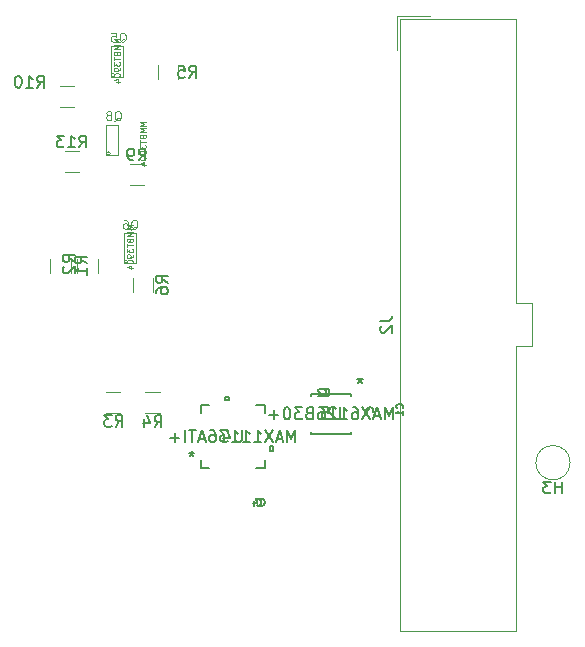
<source format=gbr>
G04 #@! TF.GenerationSoftware,KiCad,Pcbnew,(5.0.1)-rc2*
G04 #@! TF.CreationDate,2018-11-23T18:31:16-07:00*
G04 #@! TF.ProjectId,PowerSupply,506F776572537570706C792E6B696361,rev?*
G04 #@! TF.SameCoordinates,Original*
G04 #@! TF.FileFunction,Legend,Bot*
G04 #@! TF.FilePolarity,Positive*
%FSLAX46Y46*%
G04 Gerber Fmt 4.6, Leading zero omitted, Abs format (unit mm)*
G04 Created by KiCad (PCBNEW (5.0.1)-rc2) date 11/23/2018 6:31:16 PM*
%MOMM*%
%LPD*%
G01*
G04 APERTURE LIST*
%ADD10C,0.120000*%
%ADD11C,0.152400*%
%ADD12C,0.078740*%
%ADD13C,0.150000*%
%ADD14C,0.127000*%
%ADD15C,0.119380*%
%ADD16C,0.099060*%
G04 APERTURE END LIST*
D10*
G04 #@! TO.C,R5*
X214480000Y-93550000D02*
X214480000Y-92350000D01*
X212720000Y-92350000D02*
X212720000Y-93550000D01*
G04 #@! TO.C,R1*
X203616000Y-108766000D02*
X203616000Y-109966000D01*
X205376000Y-109966000D02*
X205376000Y-108766000D01*
G04 #@! TO.C,R2*
X205902000Y-108766000D02*
X205902000Y-109966000D01*
X207662000Y-109966000D02*
X207662000Y-108766000D01*
G04 #@! TO.C,R3*
X209550000Y-120020000D02*
X208350000Y-120020000D01*
X208350000Y-121780000D02*
X209550000Y-121780000D01*
G04 #@! TO.C,R4*
X211700000Y-121780000D02*
X212900000Y-121780000D01*
X212900000Y-120020000D02*
X211700000Y-120020000D01*
G04 #@! TO.C,R6*
X210620000Y-110350000D02*
X210620000Y-111550000D01*
X212380000Y-111550000D02*
X212380000Y-110350000D01*
G04 #@! TO.C,R9*
X211550000Y-100720000D02*
X210350000Y-100720000D01*
X210350000Y-102480000D02*
X211550000Y-102480000D01*
G04 #@! TO.C,R10*
X204450000Y-95880000D02*
X205650000Y-95880000D01*
X205650000Y-94120000D02*
X204450000Y-94120000D01*
G04 #@! TO.C,R13*
X204850000Y-101380000D02*
X206050000Y-101380000D01*
X206050000Y-99620000D02*
X204850000Y-99620000D01*
D11*
G04 #@! TO.C,U4*
X216420300Y-121120300D02*
X217114860Y-121120300D01*
X221779700Y-121120300D02*
X221779700Y-121814860D01*
X221779700Y-126479700D02*
X221085140Y-126479700D01*
X216420300Y-126479700D02*
X216420300Y-125785140D01*
X216420300Y-121814860D02*
X216420300Y-121120300D01*
X221085140Y-121120300D02*
X221779700Y-121120300D01*
X221779700Y-125785140D02*
X221779700Y-126479700D01*
X217114860Y-126479700D02*
X216420300Y-126479700D01*
X218409501Y-120688500D02*
X218409501Y-120434500D01*
X218409501Y-120434500D02*
X218790501Y-120434500D01*
X218790501Y-120434500D02*
X218790501Y-120688500D01*
X218790501Y-120688500D02*
X218409501Y-120688500D01*
X222465500Y-124990501D02*
X222465500Y-124609501D01*
X222465500Y-124609501D02*
X222211500Y-124609501D01*
X222211500Y-124609501D02*
X222211500Y-124990501D01*
X222211500Y-124990501D02*
X222465500Y-124990501D01*
G04 #@! TO.C,U5*
X229092000Y-123551399D02*
X225739200Y-123551399D01*
X225739200Y-123551399D02*
X225739200Y-123385938D01*
X225739200Y-120198599D02*
X229092000Y-120198599D01*
X229092000Y-120198599D02*
X229092000Y-120364060D01*
X229092000Y-123385938D02*
X229092000Y-123551399D01*
X225739200Y-120364060D02*
X225739200Y-120198599D01*
D12*
G04 #@! TO.C,Q5*
X209108550Y-93176020D02*
G75*
G03X209108550Y-93176020I-159070J0D01*
G01*
X209808000Y-90730000D02*
X208792000Y-90730000D01*
X209808000Y-93333500D02*
X208792000Y-93333500D01*
X208792000Y-90730000D02*
X208792000Y-93333500D01*
X209808000Y-93333500D02*
X209808000Y-90730000D01*
G04 #@! TO.C,Q6*
X210908000Y-109133500D02*
X210908000Y-106530000D01*
X209892000Y-106530000D02*
X209892000Y-109133500D01*
X210908000Y-109133500D02*
X209892000Y-109133500D01*
X210908000Y-106530000D02*
X209892000Y-106530000D01*
X210208550Y-108976020D02*
G75*
G03X210208550Y-108976020I-159070J0D01*
G01*
G04 #@! TO.C,Q8*
X209407820Y-99986000D02*
X209407820Y-97382500D01*
X208391820Y-97382500D02*
X208391820Y-99986000D01*
X209407820Y-99986000D02*
X208391820Y-99986000D01*
X209407820Y-97382500D02*
X208391820Y-97382500D01*
X208708370Y-99828520D02*
G75*
G03X208708370Y-99828520I-159070J0D01*
G01*
D10*
G04 #@! TO.C,H3*
X247650000Y-126000000D02*
G75*
G03X247650000Y-126000000I-1450000J0D01*
G01*
G04 #@! TO.C,J2*
X233209760Y-114331720D02*
X233209760Y-88421720D01*
X233209760Y-88421720D02*
X243029760Y-88421720D01*
X243029760Y-88421720D02*
X243029760Y-112521720D01*
X243029760Y-112521720D02*
X244429760Y-112521720D01*
X244429760Y-112521720D02*
X244429760Y-114331720D01*
X233209760Y-114331720D02*
X233209760Y-140241720D01*
X233209760Y-140241720D02*
X243029760Y-140241720D01*
X243029760Y-140241720D02*
X243029760Y-116141720D01*
X243029760Y-116141720D02*
X244429760Y-116141720D01*
X244429760Y-116141720D02*
X244429760Y-114331720D01*
X232969760Y-91031720D02*
X232969760Y-88181720D01*
X232969760Y-88181720D02*
X235819760Y-88181720D01*
G04 #@! TO.C,R5*
D13*
X215416666Y-93402380D02*
X215750000Y-92926190D01*
X215988095Y-93402380D02*
X215988095Y-92402380D01*
X215607142Y-92402380D01*
X215511904Y-92450000D01*
X215464285Y-92497619D01*
X215416666Y-92592857D01*
X215416666Y-92735714D01*
X215464285Y-92830952D01*
X215511904Y-92878571D01*
X215607142Y-92926190D01*
X215988095Y-92926190D01*
X214511904Y-92402380D02*
X214988095Y-92402380D01*
X215035714Y-92878571D01*
X214988095Y-92830952D01*
X214892857Y-92783333D01*
X214654761Y-92783333D01*
X214559523Y-92830952D01*
X214511904Y-92878571D01*
X214464285Y-92973809D01*
X214464285Y-93211904D01*
X214511904Y-93307142D01*
X214559523Y-93354761D01*
X214654761Y-93402380D01*
X214892857Y-93402380D01*
X214988095Y-93354761D01*
X215035714Y-93307142D01*
G04 #@! TO.C,C1*
D14*
X233487714Y-121398400D02*
X233516742Y-121369371D01*
X233545771Y-121282285D01*
X233545771Y-121224228D01*
X233516742Y-121137142D01*
X233458685Y-121079085D01*
X233400628Y-121050057D01*
X233284514Y-121021028D01*
X233197428Y-121021028D01*
X233081314Y-121050057D01*
X233023257Y-121079085D01*
X232965200Y-121137142D01*
X232936171Y-121224228D01*
X232936171Y-121282285D01*
X232965200Y-121369371D01*
X232994228Y-121398400D01*
X233545771Y-121978971D02*
X233545771Y-121630628D01*
X233545771Y-121804800D02*
X232936171Y-121804800D01*
X233023257Y-121746742D01*
X233081314Y-121688685D01*
X233110342Y-121630628D01*
X230947714Y-121688685D02*
X230976742Y-121659657D01*
X231005771Y-121572571D01*
X231005771Y-121514514D01*
X230976742Y-121427428D01*
X230918685Y-121369371D01*
X230860628Y-121340342D01*
X230744514Y-121311314D01*
X230657428Y-121311314D01*
X230541314Y-121340342D01*
X230483257Y-121369371D01*
X230425200Y-121427428D01*
X230396171Y-121514514D01*
X230396171Y-121572571D01*
X230425200Y-121659657D01*
X230454228Y-121688685D01*
G04 #@! TO.C,C2*
X226902440Y-120287714D02*
X226931468Y-120316742D01*
X227018554Y-120345771D01*
X227076611Y-120345771D01*
X227163697Y-120316742D01*
X227221754Y-120258685D01*
X227250782Y-120200628D01*
X227279811Y-120084514D01*
X227279811Y-119997428D01*
X227250782Y-119881314D01*
X227221754Y-119823257D01*
X227163697Y-119765200D01*
X227076611Y-119736171D01*
X227018554Y-119736171D01*
X226931468Y-119765200D01*
X226902440Y-119794228D01*
X226670211Y-119794228D02*
X226641182Y-119765200D01*
X226583125Y-119736171D01*
X226437982Y-119736171D01*
X226379925Y-119765200D01*
X226350897Y-119794228D01*
X226321868Y-119852285D01*
X226321868Y-119910342D01*
X226350897Y-119997428D01*
X226699240Y-120345771D01*
X226321868Y-120345771D01*
X226612154Y-120287714D02*
X226641182Y-120316742D01*
X226728268Y-120345771D01*
X226786325Y-120345771D01*
X226873411Y-120316742D01*
X226931468Y-120258685D01*
X226960497Y-120200628D01*
X226989525Y-120084514D01*
X226989525Y-119997428D01*
X226960497Y-119881314D01*
X226931468Y-119823257D01*
X226873411Y-119765200D01*
X226786325Y-119736171D01*
X226728268Y-119736171D01*
X226641182Y-119765200D01*
X226612154Y-119794228D01*
G04 #@! TO.C,C4*
X221401600Y-129587714D02*
X221430628Y-129616742D01*
X221517714Y-129645771D01*
X221575771Y-129645771D01*
X221662857Y-129616742D01*
X221720914Y-129558685D01*
X221749942Y-129500628D01*
X221778971Y-129384514D01*
X221778971Y-129297428D01*
X221749942Y-129181314D01*
X221720914Y-129123257D01*
X221662857Y-129065200D01*
X221575771Y-129036171D01*
X221517714Y-129036171D01*
X221430628Y-129065200D01*
X221401600Y-129094228D01*
X220879085Y-129239371D02*
X220879085Y-129645771D01*
X221024228Y-129007142D02*
X221169371Y-129442571D01*
X220792000Y-129442571D01*
X221111314Y-129587714D02*
X221140342Y-129616742D01*
X221227428Y-129645771D01*
X221285485Y-129645771D01*
X221372571Y-129616742D01*
X221430628Y-129558685D01*
X221459657Y-129500628D01*
X221488685Y-129384514D01*
X221488685Y-129297428D01*
X221459657Y-129181314D01*
X221430628Y-129123257D01*
X221372571Y-129065200D01*
X221285485Y-129036171D01*
X221227428Y-129036171D01*
X221140342Y-129065200D01*
X221111314Y-129094228D01*
G04 #@! TO.C,R1*
D13*
X206726380Y-109133333D02*
X206250190Y-108800000D01*
X206726380Y-108561904D02*
X205726380Y-108561904D01*
X205726380Y-108942857D01*
X205774000Y-109038095D01*
X205821619Y-109085714D01*
X205916857Y-109133333D01*
X206059714Y-109133333D01*
X206154952Y-109085714D01*
X206202571Y-109038095D01*
X206250190Y-108942857D01*
X206250190Y-108561904D01*
X206726380Y-110085714D02*
X206726380Y-109514285D01*
X206726380Y-109800000D02*
X205726380Y-109800000D01*
X205869238Y-109704761D01*
X205964476Y-109609523D01*
X206012095Y-109514285D01*
G04 #@! TO.C,R2*
X205710380Y-109011333D02*
X205234190Y-108678000D01*
X205710380Y-108439904D02*
X204710380Y-108439904D01*
X204710380Y-108820857D01*
X204758000Y-108916095D01*
X204805619Y-108963714D01*
X204900857Y-109011333D01*
X205043714Y-109011333D01*
X205138952Y-108963714D01*
X205186571Y-108916095D01*
X205234190Y-108820857D01*
X205234190Y-108439904D01*
X204805619Y-109392285D02*
X204758000Y-109439904D01*
X204710380Y-109535142D01*
X204710380Y-109773238D01*
X204758000Y-109868476D01*
X204805619Y-109916095D01*
X204900857Y-109963714D01*
X204996095Y-109963714D01*
X205138952Y-109916095D01*
X205710380Y-109344666D01*
X205710380Y-109963714D01*
G04 #@! TO.C,R3*
X209166666Y-122952380D02*
X209500000Y-122476190D01*
X209738095Y-122952380D02*
X209738095Y-121952380D01*
X209357142Y-121952380D01*
X209261904Y-122000000D01*
X209214285Y-122047619D01*
X209166666Y-122142857D01*
X209166666Y-122285714D01*
X209214285Y-122380952D01*
X209261904Y-122428571D01*
X209357142Y-122476190D01*
X209738095Y-122476190D01*
X208833333Y-121952380D02*
X208214285Y-121952380D01*
X208547619Y-122333333D01*
X208404761Y-122333333D01*
X208309523Y-122380952D01*
X208261904Y-122428571D01*
X208214285Y-122523809D01*
X208214285Y-122761904D01*
X208261904Y-122857142D01*
X208309523Y-122904761D01*
X208404761Y-122952380D01*
X208690476Y-122952380D01*
X208785714Y-122904761D01*
X208833333Y-122857142D01*
G04 #@! TO.C,R4*
X212466666Y-123002380D02*
X212800000Y-122526190D01*
X213038095Y-123002380D02*
X213038095Y-122002380D01*
X212657142Y-122002380D01*
X212561904Y-122050000D01*
X212514285Y-122097619D01*
X212466666Y-122192857D01*
X212466666Y-122335714D01*
X212514285Y-122430952D01*
X212561904Y-122478571D01*
X212657142Y-122526190D01*
X213038095Y-122526190D01*
X211609523Y-122335714D02*
X211609523Y-123002380D01*
X211847619Y-121954761D02*
X212085714Y-122669047D01*
X211466666Y-122669047D01*
G04 #@! TO.C,R6*
X213602380Y-110783333D02*
X213126190Y-110450000D01*
X213602380Y-110211904D02*
X212602380Y-110211904D01*
X212602380Y-110592857D01*
X212650000Y-110688095D01*
X212697619Y-110735714D01*
X212792857Y-110783333D01*
X212935714Y-110783333D01*
X213030952Y-110735714D01*
X213078571Y-110688095D01*
X213126190Y-110592857D01*
X213126190Y-110211904D01*
X212602380Y-111640476D02*
X212602380Y-111450000D01*
X212650000Y-111354761D01*
X212697619Y-111307142D01*
X212840476Y-111211904D01*
X213030952Y-111164285D01*
X213411904Y-111164285D01*
X213507142Y-111211904D01*
X213554761Y-111259523D01*
X213602380Y-111354761D01*
X213602380Y-111545238D01*
X213554761Y-111640476D01*
X213507142Y-111688095D01*
X213411904Y-111735714D01*
X213173809Y-111735714D01*
X213078571Y-111688095D01*
X213030952Y-111640476D01*
X212983333Y-111545238D01*
X212983333Y-111354761D01*
X213030952Y-111259523D01*
X213078571Y-111211904D01*
X213173809Y-111164285D01*
G04 #@! TO.C,R9*
X211116666Y-100402380D02*
X211450000Y-99926190D01*
X211688095Y-100402380D02*
X211688095Y-99402380D01*
X211307142Y-99402380D01*
X211211904Y-99450000D01*
X211164285Y-99497619D01*
X211116666Y-99592857D01*
X211116666Y-99735714D01*
X211164285Y-99830952D01*
X211211904Y-99878571D01*
X211307142Y-99926190D01*
X211688095Y-99926190D01*
X210640476Y-100402380D02*
X210450000Y-100402380D01*
X210354761Y-100354761D01*
X210307142Y-100307142D01*
X210211904Y-100164285D01*
X210164285Y-99973809D01*
X210164285Y-99592857D01*
X210211904Y-99497619D01*
X210259523Y-99450000D01*
X210354761Y-99402380D01*
X210545238Y-99402380D01*
X210640476Y-99450000D01*
X210688095Y-99497619D01*
X210735714Y-99592857D01*
X210735714Y-99830952D01*
X210688095Y-99926190D01*
X210640476Y-99973809D01*
X210545238Y-100021428D01*
X210354761Y-100021428D01*
X210259523Y-99973809D01*
X210211904Y-99926190D01*
X210164285Y-99830952D01*
G04 #@! TO.C,R10*
X202542857Y-94252380D02*
X202876190Y-93776190D01*
X203114285Y-94252380D02*
X203114285Y-93252380D01*
X202733333Y-93252380D01*
X202638095Y-93300000D01*
X202590476Y-93347619D01*
X202542857Y-93442857D01*
X202542857Y-93585714D01*
X202590476Y-93680952D01*
X202638095Y-93728571D01*
X202733333Y-93776190D01*
X203114285Y-93776190D01*
X201590476Y-94252380D02*
X202161904Y-94252380D01*
X201876190Y-94252380D02*
X201876190Y-93252380D01*
X201971428Y-93395238D01*
X202066666Y-93490476D01*
X202161904Y-93538095D01*
X200971428Y-93252380D02*
X200876190Y-93252380D01*
X200780952Y-93300000D01*
X200733333Y-93347619D01*
X200685714Y-93442857D01*
X200638095Y-93633333D01*
X200638095Y-93871428D01*
X200685714Y-94061904D01*
X200733333Y-94157142D01*
X200780952Y-94204761D01*
X200876190Y-94252380D01*
X200971428Y-94252380D01*
X201066666Y-94204761D01*
X201114285Y-94157142D01*
X201161904Y-94061904D01*
X201209523Y-93871428D01*
X201209523Y-93633333D01*
X201161904Y-93442857D01*
X201114285Y-93347619D01*
X201066666Y-93300000D01*
X200971428Y-93252380D01*
G04 #@! TO.C,R13*
X206092857Y-99302380D02*
X206426190Y-98826190D01*
X206664285Y-99302380D02*
X206664285Y-98302380D01*
X206283333Y-98302380D01*
X206188095Y-98350000D01*
X206140476Y-98397619D01*
X206092857Y-98492857D01*
X206092857Y-98635714D01*
X206140476Y-98730952D01*
X206188095Y-98778571D01*
X206283333Y-98826190D01*
X206664285Y-98826190D01*
X205140476Y-99302380D02*
X205711904Y-99302380D01*
X205426190Y-99302380D02*
X205426190Y-98302380D01*
X205521428Y-98445238D01*
X205616666Y-98540476D01*
X205711904Y-98588095D01*
X204807142Y-98302380D02*
X204188095Y-98302380D01*
X204521428Y-98683333D01*
X204378571Y-98683333D01*
X204283333Y-98730952D01*
X204235714Y-98778571D01*
X204188095Y-98873809D01*
X204188095Y-99111904D01*
X204235714Y-99207142D01*
X204283333Y-99254761D01*
X204378571Y-99302380D01*
X204664285Y-99302380D01*
X204759523Y-99254761D01*
X204807142Y-99207142D01*
G04 #@! TO.C,U4*
X219861904Y-123252380D02*
X219861904Y-124061904D01*
X219814285Y-124157142D01*
X219766666Y-124204761D01*
X219671428Y-124252380D01*
X219480952Y-124252380D01*
X219385714Y-124204761D01*
X219338095Y-124157142D01*
X219290476Y-124061904D01*
X219290476Y-123252380D01*
X218385714Y-123585714D02*
X218385714Y-124252380D01*
X218623809Y-123204761D02*
X218861904Y-123919047D01*
X218242857Y-123919047D01*
X224385714Y-124252380D02*
X224385714Y-123252380D01*
X224052380Y-123966666D01*
X223719047Y-123252380D01*
X223719047Y-124252380D01*
X223290476Y-123966666D02*
X222814285Y-123966666D01*
X223385714Y-124252380D02*
X223052380Y-123252380D01*
X222719047Y-124252380D01*
X222480952Y-123252380D02*
X221814285Y-124252380D01*
X221814285Y-123252380D02*
X222480952Y-124252380D01*
X220909523Y-124252380D02*
X221480952Y-124252380D01*
X221195238Y-124252380D02*
X221195238Y-123252380D01*
X221290476Y-123395238D01*
X221385714Y-123490476D01*
X221480952Y-123538095D01*
X219957142Y-124252380D02*
X220528571Y-124252380D01*
X220242857Y-124252380D02*
X220242857Y-123252380D01*
X220338095Y-123395238D01*
X220433333Y-123490476D01*
X220528571Y-123538095D01*
X219004761Y-124252380D02*
X219576190Y-124252380D01*
X219290476Y-124252380D02*
X219290476Y-123252380D01*
X219385714Y-123395238D01*
X219480952Y-123490476D01*
X219576190Y-123538095D01*
X218671428Y-123252380D02*
X218052380Y-123252380D01*
X218385714Y-123633333D01*
X218242857Y-123633333D01*
X218147619Y-123680952D01*
X218100000Y-123728571D01*
X218052380Y-123823809D01*
X218052380Y-124061904D01*
X218100000Y-124157142D01*
X218147619Y-124204761D01*
X218242857Y-124252380D01*
X218528571Y-124252380D01*
X218623809Y-124204761D01*
X218671428Y-124157142D01*
X217195238Y-123252380D02*
X217385714Y-123252380D01*
X217480952Y-123300000D01*
X217528571Y-123347619D01*
X217623809Y-123490476D01*
X217671428Y-123680952D01*
X217671428Y-124061904D01*
X217623809Y-124157142D01*
X217576190Y-124204761D01*
X217480952Y-124252380D01*
X217290476Y-124252380D01*
X217195238Y-124204761D01*
X217147619Y-124157142D01*
X217100000Y-124061904D01*
X217100000Y-123823809D01*
X217147619Y-123728571D01*
X217195238Y-123680952D01*
X217290476Y-123633333D01*
X217480952Y-123633333D01*
X217576190Y-123680952D01*
X217623809Y-123728571D01*
X217671428Y-123823809D01*
X216719047Y-123966666D02*
X216242857Y-123966666D01*
X216814285Y-124252380D02*
X216480952Y-123252380D01*
X216147619Y-124252380D01*
X215957142Y-123252380D02*
X215385714Y-123252380D01*
X215671428Y-124252380D02*
X215671428Y-123252380D01*
X215052380Y-124252380D02*
X215052380Y-123252380D01*
X214576190Y-123871428D02*
X213814285Y-123871428D01*
X214195238Y-124252380D02*
X214195238Y-123490476D01*
X215607500Y-125002380D02*
X215607500Y-125240476D01*
X215845595Y-125145238D02*
X215607500Y-125240476D01*
X215369404Y-125145238D01*
X215750357Y-125430952D02*
X215607500Y-125240476D01*
X215464642Y-125430952D01*
G04 #@! TO.C,U5*
X228177504Y-121327379D02*
X228177504Y-122136903D01*
X228129885Y-122232141D01*
X228082266Y-122279760D01*
X227987028Y-122327379D01*
X227796552Y-122327379D01*
X227701314Y-122279760D01*
X227653695Y-122232141D01*
X227606076Y-122136903D01*
X227606076Y-121327379D01*
X226653695Y-121327379D02*
X227129885Y-121327379D01*
X227177504Y-121803570D01*
X227129885Y-121755951D01*
X227034647Y-121708332D01*
X226796552Y-121708332D01*
X226701314Y-121755951D01*
X226653695Y-121803570D01*
X226606076Y-121898808D01*
X226606076Y-122136903D01*
X226653695Y-122232141D01*
X226701314Y-122279760D01*
X226796552Y-122327379D01*
X227034647Y-122327379D01*
X227129885Y-122279760D01*
X227177504Y-122232141D01*
X232629885Y-122327379D02*
X232629885Y-121327379D01*
X232296552Y-122041665D01*
X231963219Y-121327379D01*
X231963219Y-122327379D01*
X231534647Y-122041665D02*
X231058457Y-122041665D01*
X231629885Y-122327379D02*
X231296552Y-121327379D01*
X230963219Y-122327379D01*
X230725123Y-121327379D02*
X230058457Y-122327379D01*
X230058457Y-121327379D02*
X230725123Y-122327379D01*
X229248933Y-121327379D02*
X229439409Y-121327379D01*
X229534647Y-121374999D01*
X229582266Y-121422618D01*
X229677504Y-121565475D01*
X229725123Y-121755951D01*
X229725123Y-122136903D01*
X229677504Y-122232141D01*
X229629885Y-122279760D01*
X229534647Y-122327379D01*
X229344171Y-122327379D01*
X229248933Y-122279760D01*
X229201314Y-122232141D01*
X229153695Y-122136903D01*
X229153695Y-121898808D01*
X229201314Y-121803570D01*
X229248933Y-121755951D01*
X229344171Y-121708332D01*
X229534647Y-121708332D01*
X229629885Y-121755951D01*
X229677504Y-121803570D01*
X229725123Y-121898808D01*
X228201314Y-122327379D02*
X228772742Y-122327379D01*
X228487028Y-122327379D02*
X228487028Y-121327379D01*
X228582266Y-121470237D01*
X228677504Y-121565475D01*
X228772742Y-121613094D01*
X227820361Y-121422618D02*
X227772742Y-121374999D01*
X227677504Y-121327379D01*
X227439409Y-121327379D01*
X227344171Y-121374999D01*
X227296552Y-121422618D01*
X227248933Y-121517856D01*
X227248933Y-121613094D01*
X227296552Y-121755951D01*
X227867980Y-122327379D01*
X227248933Y-122327379D01*
X226391790Y-121327379D02*
X226582266Y-121327379D01*
X226677504Y-121374999D01*
X226725123Y-121422618D01*
X226820361Y-121565475D01*
X226867980Y-121755951D01*
X226867980Y-122136903D01*
X226820361Y-122232141D01*
X226772742Y-122279760D01*
X226677504Y-122327379D01*
X226487028Y-122327379D01*
X226391790Y-122279760D01*
X226344171Y-122232141D01*
X226296552Y-122136903D01*
X226296552Y-121898808D01*
X226344171Y-121803570D01*
X226391790Y-121755951D01*
X226487028Y-121708332D01*
X226677504Y-121708332D01*
X226772742Y-121755951D01*
X226820361Y-121803570D01*
X226867980Y-121898808D01*
X225534647Y-121803570D02*
X225391790Y-121851189D01*
X225344171Y-121898808D01*
X225296552Y-121994046D01*
X225296552Y-122136903D01*
X225344171Y-122232141D01*
X225391790Y-122279760D01*
X225487028Y-122327379D01*
X225867980Y-122327379D01*
X225867980Y-121327379D01*
X225534647Y-121327379D01*
X225439409Y-121374999D01*
X225391790Y-121422618D01*
X225344171Y-121517856D01*
X225344171Y-121613094D01*
X225391790Y-121708332D01*
X225439409Y-121755951D01*
X225534647Y-121803570D01*
X225867980Y-121803570D01*
X224963219Y-121327379D02*
X224344171Y-121327379D01*
X224677504Y-121708332D01*
X224534647Y-121708332D01*
X224439409Y-121755951D01*
X224391790Y-121803570D01*
X224344171Y-121898808D01*
X224344171Y-122136903D01*
X224391790Y-122232141D01*
X224439409Y-122279760D01*
X224534647Y-122327379D01*
X224820361Y-122327379D01*
X224915600Y-122279760D01*
X224963219Y-122232141D01*
X223725123Y-121327379D02*
X223629885Y-121327379D01*
X223534647Y-121374999D01*
X223487028Y-121422618D01*
X223439409Y-121517856D01*
X223391790Y-121708332D01*
X223391790Y-121946427D01*
X223439409Y-122136903D01*
X223487028Y-122232141D01*
X223534647Y-122279760D01*
X223629885Y-122327379D01*
X223725123Y-122327379D01*
X223820361Y-122279760D01*
X223867980Y-122232141D01*
X223915600Y-122136903D01*
X223963219Y-121946427D01*
X223963219Y-121708332D01*
X223915600Y-121517856D01*
X223867980Y-121422618D01*
X223820361Y-121374999D01*
X223725123Y-121327379D01*
X222963219Y-121946427D02*
X222201314Y-121946427D01*
X222582266Y-122327379D02*
X222582266Y-121565475D01*
X229854000Y-118802979D02*
X229854000Y-119041075D01*
X230092095Y-118945837D02*
X229854000Y-119041075D01*
X229615904Y-118945837D01*
X229996857Y-119231551D02*
X229854000Y-119041075D01*
X229711142Y-119231551D01*
G04 #@! TO.C,Q5*
D15*
X209471631Y-90418305D02*
X209544202Y-90382020D01*
X209616774Y-90309448D01*
X209725631Y-90200591D01*
X209798202Y-90164305D01*
X209870774Y-90164305D01*
X209834488Y-90345734D02*
X209907060Y-90309448D01*
X209979631Y-90236877D01*
X210015917Y-90091734D01*
X210015917Y-89837734D01*
X209979631Y-89692591D01*
X209907060Y-89620020D01*
X209834488Y-89583734D01*
X209689345Y-89583734D01*
X209616774Y-89620020D01*
X209544202Y-89692591D01*
X209507917Y-89837734D01*
X209507917Y-90091734D01*
X209544202Y-90236877D01*
X209616774Y-90309448D01*
X209689345Y-90345734D01*
X209834488Y-90345734D01*
X208818488Y-89583734D02*
X209181345Y-89583734D01*
X209217631Y-89946591D01*
X209181345Y-89910305D01*
X209108774Y-89874020D01*
X208927345Y-89874020D01*
X208854774Y-89910305D01*
X208818488Y-89946591D01*
X208782202Y-90019162D01*
X208782202Y-90200591D01*
X208818488Y-90273162D01*
X208854774Y-90309448D01*
X208927345Y-90345734D01*
X209108774Y-90345734D01*
X209181345Y-90309448D01*
X209217631Y-90273162D01*
D16*
X209526362Y-90089859D02*
X209025982Y-90089859D01*
X209383396Y-90256652D01*
X209025982Y-90423446D01*
X209526362Y-90423446D01*
X209526362Y-90661722D02*
X209025982Y-90661722D01*
X209383396Y-90828515D01*
X209025982Y-90995309D01*
X209526362Y-90995309D01*
X209264258Y-91400378D02*
X209288086Y-91471861D01*
X209311913Y-91495689D01*
X209359569Y-91519516D01*
X209431051Y-91519516D01*
X209478707Y-91495689D01*
X209502534Y-91471861D01*
X209526362Y-91424206D01*
X209526362Y-91233585D01*
X209025982Y-91233585D01*
X209025982Y-91400378D01*
X209049810Y-91448033D01*
X209073637Y-91471861D01*
X209121292Y-91495689D01*
X209168948Y-91495689D01*
X209216603Y-91471861D01*
X209240430Y-91448033D01*
X209264258Y-91400378D01*
X209264258Y-91233585D01*
X209025982Y-91662482D02*
X209025982Y-91948413D01*
X209526362Y-91805448D02*
X209025982Y-91805448D01*
X209025982Y-92067551D02*
X209025982Y-92377310D01*
X209216603Y-92210517D01*
X209216603Y-92282000D01*
X209240430Y-92329655D01*
X209264258Y-92353483D01*
X209311913Y-92377310D01*
X209431051Y-92377310D01*
X209478707Y-92353483D01*
X209502534Y-92329655D01*
X209526362Y-92282000D01*
X209526362Y-92139034D01*
X209502534Y-92091379D01*
X209478707Y-92067551D01*
X209526362Y-92615587D02*
X209526362Y-92710897D01*
X209502534Y-92758552D01*
X209478707Y-92782380D01*
X209407224Y-92830035D01*
X209311913Y-92853863D01*
X209121292Y-92853863D01*
X209073637Y-92830035D01*
X209049810Y-92806208D01*
X209025982Y-92758552D01*
X209025982Y-92663242D01*
X209049810Y-92615587D01*
X209073637Y-92591759D01*
X209121292Y-92567931D01*
X209240430Y-92567931D01*
X209288086Y-92591759D01*
X209311913Y-92615587D01*
X209335741Y-92663242D01*
X209335741Y-92758552D01*
X209311913Y-92806208D01*
X209288086Y-92830035D01*
X209240430Y-92853863D01*
X209025982Y-93163622D02*
X209025982Y-93211277D01*
X209049810Y-93258932D01*
X209073637Y-93282760D01*
X209121292Y-93306588D01*
X209216603Y-93330415D01*
X209335741Y-93330415D01*
X209431051Y-93306588D01*
X209478707Y-93282760D01*
X209502534Y-93258932D01*
X209526362Y-93211277D01*
X209526362Y-93163622D01*
X209502534Y-93115967D01*
X209478707Y-93092139D01*
X209431051Y-93068311D01*
X209335741Y-93044484D01*
X209216603Y-93044484D01*
X209121292Y-93068311D01*
X209073637Y-93092139D01*
X209049810Y-93115967D01*
X209025982Y-93163622D01*
X209192775Y-93759312D02*
X209526362Y-93759312D01*
X209002154Y-93640174D02*
X209359569Y-93521036D01*
X209359569Y-93830795D01*
G04 #@! TO.C,Q6*
D15*
X210472751Y-106264785D02*
X210545322Y-106228500D01*
X210617894Y-106155928D01*
X210726751Y-106047071D01*
X210799322Y-106010785D01*
X210871894Y-106010785D01*
X210835608Y-106192214D02*
X210908180Y-106155928D01*
X210980751Y-106083357D01*
X211017037Y-105938214D01*
X211017037Y-105684214D01*
X210980751Y-105539071D01*
X210908180Y-105466500D01*
X210835608Y-105430214D01*
X210690465Y-105430214D01*
X210617894Y-105466500D01*
X210545322Y-105539071D01*
X210509037Y-105684214D01*
X210509037Y-105938214D01*
X210545322Y-106083357D01*
X210617894Y-106155928D01*
X210690465Y-106192214D01*
X210835608Y-106192214D01*
X209855894Y-105430214D02*
X210001037Y-105430214D01*
X210073608Y-105466500D01*
X210109894Y-105502785D01*
X210182465Y-105611642D01*
X210218751Y-105756785D01*
X210218751Y-106047071D01*
X210182465Y-106119642D01*
X210146180Y-106155928D01*
X210073608Y-106192214D01*
X209928465Y-106192214D01*
X209855894Y-106155928D01*
X209819608Y-106119642D01*
X209783322Y-106047071D01*
X209783322Y-105865642D01*
X209819608Y-105793071D01*
X209855894Y-105756785D01*
X209928465Y-105720500D01*
X210073608Y-105720500D01*
X210146180Y-105756785D01*
X210182465Y-105793071D01*
X210218751Y-105865642D01*
D16*
X210626362Y-105889859D02*
X210125982Y-105889859D01*
X210483396Y-106056652D01*
X210125982Y-106223446D01*
X210626362Y-106223446D01*
X210626362Y-106461722D02*
X210125982Y-106461722D01*
X210483396Y-106628515D01*
X210125982Y-106795309D01*
X210626362Y-106795309D01*
X210364258Y-107200378D02*
X210388086Y-107271861D01*
X210411913Y-107295689D01*
X210459569Y-107319516D01*
X210531051Y-107319516D01*
X210578707Y-107295689D01*
X210602534Y-107271861D01*
X210626362Y-107224206D01*
X210626362Y-107033585D01*
X210125982Y-107033585D01*
X210125982Y-107200378D01*
X210149810Y-107248033D01*
X210173637Y-107271861D01*
X210221292Y-107295689D01*
X210268948Y-107295689D01*
X210316603Y-107271861D01*
X210340430Y-107248033D01*
X210364258Y-107200378D01*
X210364258Y-107033585D01*
X210125982Y-107462482D02*
X210125982Y-107748413D01*
X210626362Y-107605448D02*
X210125982Y-107605448D01*
X210125982Y-107867551D02*
X210125982Y-108177310D01*
X210316603Y-108010517D01*
X210316603Y-108082000D01*
X210340430Y-108129655D01*
X210364258Y-108153483D01*
X210411913Y-108177310D01*
X210531051Y-108177310D01*
X210578707Y-108153483D01*
X210602534Y-108129655D01*
X210626362Y-108082000D01*
X210626362Y-107939034D01*
X210602534Y-107891379D01*
X210578707Y-107867551D01*
X210626362Y-108415587D02*
X210626362Y-108510897D01*
X210602534Y-108558552D01*
X210578707Y-108582380D01*
X210507224Y-108630035D01*
X210411913Y-108653863D01*
X210221292Y-108653863D01*
X210173637Y-108630035D01*
X210149810Y-108606208D01*
X210125982Y-108558552D01*
X210125982Y-108463242D01*
X210149810Y-108415587D01*
X210173637Y-108391759D01*
X210221292Y-108367931D01*
X210340430Y-108367931D01*
X210388086Y-108391759D01*
X210411913Y-108415587D01*
X210435741Y-108463242D01*
X210435741Y-108558552D01*
X210411913Y-108606208D01*
X210388086Y-108630035D01*
X210340430Y-108653863D01*
X210125982Y-108963622D02*
X210125982Y-109011277D01*
X210149810Y-109058932D01*
X210173637Y-109082760D01*
X210221292Y-109106588D01*
X210316603Y-109130415D01*
X210435741Y-109130415D01*
X210531051Y-109106588D01*
X210578707Y-109082760D01*
X210602534Y-109058932D01*
X210626362Y-109011277D01*
X210626362Y-108963622D01*
X210602534Y-108915967D01*
X210578707Y-108892139D01*
X210531051Y-108868311D01*
X210435741Y-108844484D01*
X210316603Y-108844484D01*
X210221292Y-108868311D01*
X210173637Y-108892139D01*
X210149810Y-108915967D01*
X210125982Y-108963622D01*
X210292775Y-109559312D02*
X210626362Y-109559312D01*
X210102154Y-109440174D02*
X210459569Y-109321036D01*
X210459569Y-109630795D01*
G04 #@! TO.C,Q8*
D15*
X209071451Y-97070805D02*
X209144022Y-97034520D01*
X209216594Y-96961948D01*
X209325451Y-96853091D01*
X209398022Y-96816805D01*
X209470594Y-96816805D01*
X209434308Y-96998234D02*
X209506880Y-96961948D01*
X209579451Y-96889377D01*
X209615737Y-96744234D01*
X209615737Y-96490234D01*
X209579451Y-96345091D01*
X209506880Y-96272520D01*
X209434308Y-96236234D01*
X209289165Y-96236234D01*
X209216594Y-96272520D01*
X209144022Y-96345091D01*
X209107737Y-96490234D01*
X209107737Y-96744234D01*
X209144022Y-96889377D01*
X209216594Y-96961948D01*
X209289165Y-96998234D01*
X209434308Y-96998234D01*
X208672308Y-96562805D02*
X208744880Y-96526520D01*
X208781165Y-96490234D01*
X208817451Y-96417662D01*
X208817451Y-96381377D01*
X208781165Y-96308805D01*
X208744880Y-96272520D01*
X208672308Y-96236234D01*
X208527165Y-96236234D01*
X208454594Y-96272520D01*
X208418308Y-96308805D01*
X208382022Y-96381377D01*
X208382022Y-96417662D01*
X208418308Y-96490234D01*
X208454594Y-96526520D01*
X208527165Y-96562805D01*
X208672308Y-96562805D01*
X208744880Y-96599091D01*
X208781165Y-96635377D01*
X208817451Y-96707948D01*
X208817451Y-96853091D01*
X208781165Y-96925662D01*
X208744880Y-96961948D01*
X208672308Y-96998234D01*
X208527165Y-96998234D01*
X208454594Y-96961948D01*
X208418308Y-96925662D01*
X208382022Y-96853091D01*
X208382022Y-96707948D01*
X208418308Y-96635377D01*
X208454594Y-96599091D01*
X208527165Y-96562805D01*
D16*
X211726382Y-97120320D02*
X211226002Y-97120320D01*
X211583416Y-97287113D01*
X211226002Y-97453907D01*
X211726382Y-97453907D01*
X211726382Y-97692183D02*
X211226002Y-97692183D01*
X211583416Y-97858976D01*
X211226002Y-98025770D01*
X211726382Y-98025770D01*
X211464278Y-98430839D02*
X211488106Y-98502322D01*
X211511933Y-98526150D01*
X211559589Y-98549977D01*
X211631071Y-98549977D01*
X211678727Y-98526150D01*
X211702554Y-98502322D01*
X211726382Y-98454667D01*
X211726382Y-98264046D01*
X211226002Y-98264046D01*
X211226002Y-98430839D01*
X211249830Y-98478494D01*
X211273657Y-98502322D01*
X211321312Y-98526150D01*
X211368968Y-98526150D01*
X211416623Y-98502322D01*
X211440450Y-98478494D01*
X211464278Y-98430839D01*
X211464278Y-98264046D01*
X211226002Y-98692943D02*
X211226002Y-98978874D01*
X211726382Y-98835909D02*
X211226002Y-98835909D01*
X211226002Y-99098012D02*
X211226002Y-99407771D01*
X211416623Y-99240978D01*
X211416623Y-99312461D01*
X211440450Y-99360116D01*
X211464278Y-99383944D01*
X211511933Y-99407771D01*
X211631071Y-99407771D01*
X211678727Y-99383944D01*
X211702554Y-99360116D01*
X211726382Y-99312461D01*
X211726382Y-99169495D01*
X211702554Y-99121840D01*
X211678727Y-99098012D01*
X211726382Y-99646048D02*
X211726382Y-99741358D01*
X211702554Y-99789013D01*
X211678727Y-99812841D01*
X211607244Y-99860496D01*
X211511933Y-99884324D01*
X211321312Y-99884324D01*
X211273657Y-99860496D01*
X211249830Y-99836669D01*
X211226002Y-99789013D01*
X211226002Y-99693703D01*
X211249830Y-99646048D01*
X211273657Y-99622220D01*
X211321312Y-99598392D01*
X211440450Y-99598392D01*
X211488106Y-99622220D01*
X211511933Y-99646048D01*
X211535761Y-99693703D01*
X211535761Y-99789013D01*
X211511933Y-99836669D01*
X211488106Y-99860496D01*
X211440450Y-99884324D01*
X211226002Y-100194083D02*
X211226002Y-100241738D01*
X211249830Y-100289393D01*
X211273657Y-100313221D01*
X211321312Y-100337049D01*
X211416623Y-100360876D01*
X211535761Y-100360876D01*
X211631071Y-100337049D01*
X211678727Y-100313221D01*
X211702554Y-100289393D01*
X211726382Y-100241738D01*
X211726382Y-100194083D01*
X211702554Y-100146428D01*
X211678727Y-100122600D01*
X211631071Y-100098772D01*
X211535761Y-100074945D01*
X211416623Y-100074945D01*
X211321312Y-100098772D01*
X211273657Y-100122600D01*
X211249830Y-100146428D01*
X211226002Y-100194083D01*
X211392795Y-100789773D02*
X211726382Y-100789773D01*
X211202174Y-100670635D02*
X211559589Y-100551497D01*
X211559589Y-100861256D01*
G04 #@! TO.C,H3*
D13*
X246961904Y-128600380D02*
X246961904Y-127600380D01*
X246961904Y-128076571D02*
X246390476Y-128076571D01*
X246390476Y-128600380D02*
X246390476Y-127600380D01*
X246009523Y-127600380D02*
X245390476Y-127600380D01*
X245723809Y-127981333D01*
X245580952Y-127981333D01*
X245485714Y-128028952D01*
X245438095Y-128076571D01*
X245390476Y-128171809D01*
X245390476Y-128409904D01*
X245438095Y-128505142D01*
X245485714Y-128552761D01*
X245580952Y-128600380D01*
X245866666Y-128600380D01*
X245961904Y-128552761D01*
X246009523Y-128505142D01*
G04 #@! TO.C,J2*
X231572140Y-113998386D02*
X232286426Y-113998386D01*
X232429283Y-113950767D01*
X232524521Y-113855529D01*
X232572140Y-113712672D01*
X232572140Y-113617434D01*
X231667379Y-114426958D02*
X231619760Y-114474577D01*
X231572140Y-114569815D01*
X231572140Y-114807910D01*
X231619760Y-114903148D01*
X231667379Y-114950767D01*
X231762617Y-114998386D01*
X231857855Y-114998386D01*
X232000712Y-114950767D01*
X232572140Y-114379339D01*
X232572140Y-114998386D01*
G04 #@! TD*
M02*

</source>
